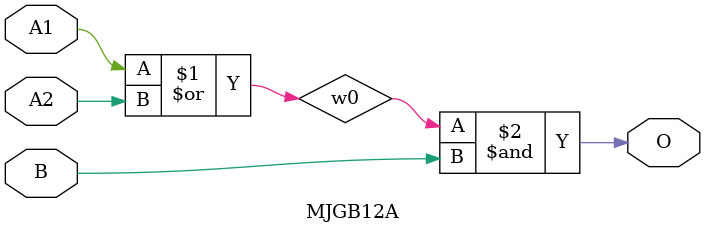
<source format=v>
module MJGB12A(A1, A2, B, O);
input   A1;
input   A2;
input   B;
output  O;
or g0(w0, A1, A2);
and g1(O, w0, B);
endmodule
</source>
